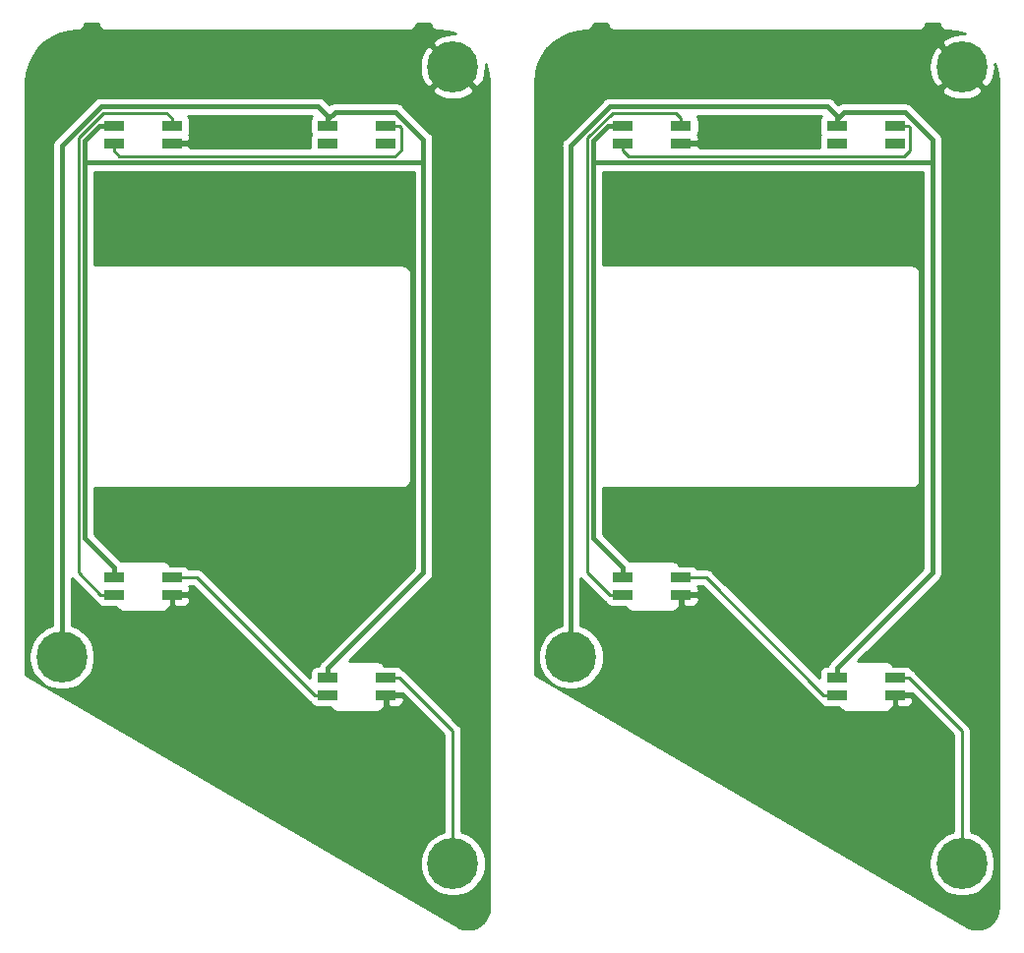
<source format=gbl>
G04 #@! TF.GenerationSoftware,KiCad,Pcbnew,5.1.5+dfsg1-2build2*
G04 #@! TF.CreationDate,2020-12-19T04:00:09+09:00*
G04 #@! TF.ProjectId,shield,73686965-6c64-42e6-9b69-6361645f7063,rev?*
G04 #@! TF.SameCoordinates,Original*
G04 #@! TF.FileFunction,Copper,L2,Bot*
G04 #@! TF.FilePolarity,Positive*
%FSLAX46Y46*%
G04 Gerber Fmt 4.6, Leading zero omitted, Abs format (unit mm)*
G04 Created by KiCad (PCBNEW 5.1.5+dfsg1-2build2) date 2020-12-19 04:00:09*
%MOMM*%
%LPD*%
G04 APERTURE LIST*
%ADD10C,4.400000*%
%ADD11C,0.700000*%
%ADD12R,1.800000X0.820000*%
%ADD13C,0.800000*%
%ADD14C,0.400000*%
%ADD15C,0.250000*%
%ADD16C,0.254000*%
G04 APERTURE END LIST*
D10*
X78740000Y-100330000D03*
D11*
X77090000Y-100330000D03*
X77573274Y-101496726D03*
X78740000Y-101980000D03*
X79906726Y-101496726D03*
X80390000Y-100330000D03*
X79906726Y-99163274D03*
X78740000Y-98680000D03*
X77573274Y-99163274D03*
D10*
X112395000Y-118110000D03*
D11*
X110745000Y-118110000D03*
X111228274Y-119276726D03*
X112395000Y-119760000D03*
X113561726Y-119276726D03*
X114045000Y-118110000D03*
X113561726Y-116943274D03*
X112395000Y-116460000D03*
X111228274Y-116943274D03*
D12*
X88225000Y-93484000D03*
X88225000Y-94984000D03*
X83225000Y-94984000D03*
X83225000Y-93484000D03*
X106640000Y-102120000D03*
X106640000Y-103620000D03*
X101640000Y-103620000D03*
X101640000Y-102120000D03*
X88225000Y-54622000D03*
X88225000Y-56122000D03*
X83225000Y-56122000D03*
X83225000Y-54622000D03*
X106640000Y-54622000D03*
X106640000Y-56122000D03*
X101640000Y-56122000D03*
X101640000Y-54622000D03*
D11*
X111228274Y-48363274D03*
X112395000Y-47880000D03*
X113561726Y-48363274D03*
X114045000Y-49530000D03*
X113561726Y-50696726D03*
X112395000Y-51180000D03*
X111228274Y-50696726D03*
X110745000Y-49530000D03*
D10*
X112395000Y-49530000D03*
D11*
X33758274Y-99163274D03*
X34925000Y-98680000D03*
X36091726Y-99163274D03*
X36575000Y-100330000D03*
X36091726Y-101496726D03*
X34925000Y-101980000D03*
X33758274Y-101496726D03*
X33275000Y-100330000D03*
D10*
X34925000Y-100330000D03*
D11*
X67413274Y-116943274D03*
X68580000Y-116460000D03*
X69746726Y-116943274D03*
X70230000Y-118110000D03*
X69746726Y-119276726D03*
X68580000Y-119760000D03*
X67413274Y-119276726D03*
X66930000Y-118110000D03*
D10*
X68580000Y-118110000D03*
X68580000Y-49530000D03*
D11*
X66930000Y-49530000D03*
X67413274Y-50696726D03*
X68580000Y-51180000D03*
X69746726Y-50696726D03*
X70230000Y-49530000D03*
X69746726Y-48363274D03*
X68580000Y-47880000D03*
X67413274Y-48363274D03*
D12*
X39410000Y-93484000D03*
X39410000Y-94984000D03*
X44410000Y-94984000D03*
X44410000Y-93484000D03*
X39410000Y-54622000D03*
X39410000Y-56122000D03*
X44410000Y-56122000D03*
X44410000Y-54622000D03*
X57825000Y-102120000D03*
X57825000Y-103620000D03*
X62825000Y-103620000D03*
X62825000Y-102120000D03*
X57825000Y-54622000D03*
X57825000Y-56122000D03*
X62825000Y-56122000D03*
X62825000Y-54622000D03*
D13*
X44450000Y-56134000D03*
X62865000Y-56134000D03*
X62865000Y-103632000D03*
X44450000Y-94996000D03*
X55245000Y-90805000D03*
X52705000Y-62230000D03*
X88265000Y-56134000D03*
X106680000Y-56134000D03*
X106680000Y-103632000D03*
X88265000Y-94996000D03*
X99060000Y-90805000D03*
X96520000Y-62230000D03*
D14*
X38110000Y-54622000D02*
X39410000Y-54622000D01*
X36862990Y-55869010D02*
X38110000Y-54622000D01*
X39410000Y-92674000D02*
X36862990Y-90126990D01*
X39410000Y-93484000D02*
X39410000Y-92674000D01*
X57825000Y-101310000D02*
X57825000Y-102120000D01*
X66040000Y-93095000D02*
X57825000Y-101310000D01*
X63644992Y-53411990D02*
X66040000Y-55806998D01*
X58434458Y-53411990D02*
X63644992Y-53411990D01*
X57825000Y-54021448D02*
X58434458Y-53411990D01*
X57825000Y-54622000D02*
X57825000Y-54021448D01*
X57825000Y-53812000D02*
X57825000Y-54622000D01*
X56974980Y-52961980D02*
X57825000Y-53812000D01*
X38285068Y-52961980D02*
X56974980Y-52961980D01*
X34925000Y-56322048D02*
X38285068Y-52961980D01*
X34925000Y-100330000D02*
X34925000Y-56322048D01*
X66040000Y-57785000D02*
X36895980Y-57785000D01*
X36862990Y-57752010D02*
X36862990Y-55869010D01*
X36862990Y-90126990D02*
X36862990Y-57752010D01*
X66040000Y-55806998D02*
X66040000Y-57785000D01*
X36895980Y-57785000D02*
X36862990Y-57752010D01*
X66040000Y-57785000D02*
X66040000Y-93095000D01*
X102249458Y-53411990D02*
X107459992Y-53411990D01*
X101640000Y-54021448D02*
X102249458Y-53411990D01*
X101640000Y-54622000D02*
X101640000Y-54021448D01*
X101640000Y-53812000D02*
X101640000Y-54622000D01*
X100789980Y-52961980D02*
X101640000Y-53812000D01*
X80710980Y-57785000D02*
X80677990Y-57752010D01*
X109855000Y-57785000D02*
X109855000Y-93095000D01*
X83225000Y-92674000D02*
X80677990Y-90126990D01*
X83225000Y-93484000D02*
X83225000Y-92674000D01*
X101640000Y-101310000D02*
X101640000Y-102120000D01*
X109855000Y-93095000D02*
X101640000Y-101310000D01*
X107459992Y-53411990D02*
X109855000Y-55806998D01*
X82100068Y-52961980D02*
X100789980Y-52961980D01*
X78740000Y-56322048D02*
X82100068Y-52961980D01*
X81925000Y-54622000D02*
X83225000Y-54622000D01*
X80677990Y-55869010D02*
X81925000Y-54622000D01*
X80677990Y-57752010D02*
X80677990Y-55869010D01*
X80677990Y-90126990D02*
X80677990Y-57752010D01*
X78740000Y-100330000D02*
X78740000Y-56322048D01*
X109855000Y-55806998D02*
X109855000Y-57785000D01*
X109855000Y-57785000D02*
X80710980Y-57785000D01*
D15*
X63975000Y-102120000D02*
X62825000Y-102120000D01*
X68580000Y-106725000D02*
X63975000Y-102120000D01*
X68580000Y-118110000D02*
X68580000Y-106725000D01*
X107790000Y-102120000D02*
X106640000Y-102120000D01*
X112395000Y-106725000D02*
X107790000Y-102120000D01*
X112395000Y-118110000D02*
X112395000Y-106725000D01*
X45560000Y-93484000D02*
X44410000Y-93484000D01*
X46539000Y-93484000D02*
X45560000Y-93484000D01*
X56675000Y-103620000D02*
X46539000Y-93484000D01*
X57825000Y-103620000D02*
X56675000Y-103620000D01*
X101640000Y-103620000D02*
X100490000Y-103620000D01*
X89375000Y-93484000D02*
X88225000Y-93484000D01*
X90354000Y-93484000D02*
X89375000Y-93484000D01*
X100490000Y-103620000D02*
X90354000Y-93484000D01*
X38260000Y-94984000D02*
X39410000Y-94984000D01*
X36337980Y-93061980D02*
X38260000Y-94984000D01*
X38502534Y-53486990D02*
X36337980Y-55651544D01*
X43934990Y-53486990D02*
X38502534Y-53486990D01*
X44410000Y-53962000D02*
X43934990Y-53486990D01*
X36337980Y-55651544D02*
X36337980Y-93061980D01*
X44410000Y-54622000D02*
X44410000Y-53962000D01*
X80152980Y-55651544D02*
X80152980Y-93061980D01*
X88225000Y-54622000D02*
X88225000Y-53962000D01*
X82075000Y-94984000D02*
X83225000Y-94984000D01*
X80152980Y-93061980D02*
X82075000Y-94984000D01*
X82317534Y-53486990D02*
X80152980Y-55651544D01*
X87749990Y-53486990D02*
X82317534Y-53486990D01*
X88225000Y-53962000D02*
X87749990Y-53486990D01*
X63975000Y-54622000D02*
X62825000Y-54622000D01*
X64135000Y-54782000D02*
X63975000Y-54622000D01*
X64135000Y-56707002D02*
X64135000Y-54782000D01*
X63584992Y-57257010D02*
X64135000Y-56707002D01*
X39885010Y-57257010D02*
X63584992Y-57257010D01*
X39410000Y-56782000D02*
X39885010Y-57257010D01*
X39410000Y-56122000D02*
X39410000Y-56782000D01*
X83700010Y-57257010D02*
X107399992Y-57257010D01*
X83225000Y-56782000D02*
X83700010Y-57257010D01*
X83225000Y-56122000D02*
X83225000Y-56782000D01*
X107790000Y-54622000D02*
X106640000Y-54622000D01*
X107950000Y-54782000D02*
X107790000Y-54622000D01*
X107950000Y-56707002D02*
X107950000Y-54782000D01*
X107399992Y-57257010D02*
X107950000Y-56707002D01*
D16*
G36*
X81850273Y-45859184D02*
G01*
X81890872Y-45993020D01*
X81956800Y-46116363D01*
X82045525Y-46224475D01*
X82153637Y-46313200D01*
X82276980Y-46379128D01*
X82410816Y-46419727D01*
X82515123Y-46430000D01*
X82550000Y-46433435D01*
X82584877Y-46430000D01*
X108550123Y-46430000D01*
X108585000Y-46433435D01*
X108619877Y-46430000D01*
X108724184Y-46419727D01*
X108858020Y-46379128D01*
X108981363Y-46313200D01*
X109089475Y-46224475D01*
X109178200Y-46116363D01*
X109244128Y-45993020D01*
X109284727Y-45859184D01*
X109285927Y-45847000D01*
X110424074Y-45847000D01*
X110425274Y-45859184D01*
X110465873Y-45993020D01*
X110531801Y-46116363D01*
X110620526Y-46224475D01*
X110728638Y-46313200D01*
X110851981Y-46379128D01*
X110985817Y-46419727D01*
X111125000Y-46433435D01*
X111128266Y-46433113D01*
X111898358Y-46501842D01*
X112644526Y-46705970D01*
X112379826Y-46681322D01*
X111824368Y-46739019D01*
X111290839Y-46903972D01*
X110824976Y-47152982D01*
X110584830Y-47540225D01*
X112395000Y-49350395D01*
X112409143Y-49336253D01*
X112588748Y-49515858D01*
X112574605Y-49530000D01*
X114384775Y-51340170D01*
X114772018Y-51100024D01*
X115032641Y-50606123D01*
X115191901Y-50070867D01*
X115243678Y-49514826D01*
X115222690Y-49312773D01*
X115264073Y-49407044D01*
X115446640Y-50167493D01*
X115495001Y-50826044D01*
X115495000Y-121885280D01*
X115456809Y-122274784D01*
X115353771Y-122616063D01*
X115186409Y-122930825D01*
X114961097Y-123207083D01*
X114686418Y-123434317D01*
X114372838Y-123603869D01*
X114032288Y-123709287D01*
X113677749Y-123746550D01*
X113322731Y-123714242D01*
X112960884Y-123607744D01*
X112854984Y-123559967D01*
X75640000Y-101827423D01*
X75640000Y-100050777D01*
X75905000Y-100050777D01*
X75905000Y-100609223D01*
X76013948Y-101156939D01*
X76227656Y-101672876D01*
X76537912Y-102137207D01*
X76932793Y-102532088D01*
X77397124Y-102842344D01*
X77913061Y-103056052D01*
X78460777Y-103165000D01*
X79019223Y-103165000D01*
X79566939Y-103056052D01*
X80082876Y-102842344D01*
X80547207Y-102532088D01*
X80942088Y-102137207D01*
X81252344Y-101672876D01*
X81466052Y-101156939D01*
X81575000Y-100609223D01*
X81575000Y-100050777D01*
X81466052Y-99503061D01*
X81252344Y-98987124D01*
X80942088Y-98522793D01*
X80547207Y-98127912D01*
X80082876Y-97817656D01*
X79575000Y-97607287D01*
X79575000Y-93555703D01*
X79589181Y-93572982D01*
X79612980Y-93601981D01*
X79641978Y-93625779D01*
X81511201Y-95495003D01*
X81534999Y-95524001D01*
X81650724Y-95618974D01*
X81755035Y-95674730D01*
X81794463Y-95748494D01*
X81873815Y-95845185D01*
X81970506Y-95924537D01*
X82080820Y-95983502D01*
X82200518Y-96019812D01*
X82325000Y-96032072D01*
X83396272Y-96032072D01*
X83444333Y-96121989D01*
X83531183Y-96227817D01*
X83637011Y-96314667D01*
X83757748Y-96379202D01*
X83888756Y-96418943D01*
X84025000Y-96432362D01*
X84059134Y-96429000D01*
X87390866Y-96429000D01*
X87425000Y-96432362D01*
X87561244Y-96418943D01*
X87692252Y-96379202D01*
X87812989Y-96314667D01*
X87918817Y-96227817D01*
X88005667Y-96121989D01*
X88070202Y-96001252D01*
X88109943Y-95870244D01*
X88120000Y-95768135D01*
X88120000Y-95768134D01*
X88123362Y-95734000D01*
X88120000Y-95699865D01*
X88120000Y-95111000D01*
X88352000Y-95111000D01*
X88352000Y-95870250D01*
X88510750Y-96029000D01*
X89125000Y-96032072D01*
X89249482Y-96019812D01*
X89369180Y-95983502D01*
X89479494Y-95924537D01*
X89576185Y-95845185D01*
X89655537Y-95748494D01*
X89714502Y-95638180D01*
X89750812Y-95518482D01*
X89763072Y-95394000D01*
X89760000Y-95269750D01*
X89601250Y-95111000D01*
X88352000Y-95111000D01*
X88120000Y-95111000D01*
X88120000Y-94837000D01*
X88352000Y-94837000D01*
X88352000Y-94857000D01*
X89601250Y-94857000D01*
X89760000Y-94698250D01*
X89763072Y-94574000D01*
X89750812Y-94449518D01*
X89714502Y-94329820D01*
X89668630Y-94244000D01*
X90039199Y-94244000D01*
X99926201Y-104131003D01*
X99949999Y-104160001D01*
X100065724Y-104254974D01*
X100170035Y-104310730D01*
X100209463Y-104384494D01*
X100288815Y-104481185D01*
X100385506Y-104560537D01*
X100495820Y-104619502D01*
X100615518Y-104655812D01*
X100740000Y-104668072D01*
X101811272Y-104668072D01*
X101859333Y-104757989D01*
X101946183Y-104863817D01*
X102052011Y-104950667D01*
X102172748Y-105015202D01*
X102303756Y-105054943D01*
X102440000Y-105068362D01*
X102474134Y-105065000D01*
X105805866Y-105065000D01*
X105840000Y-105068362D01*
X105976244Y-105054943D01*
X106107252Y-105015202D01*
X106227989Y-104950667D01*
X106333817Y-104863817D01*
X106420667Y-104757989D01*
X106485202Y-104637252D01*
X106524943Y-104506244D01*
X106535000Y-104404135D01*
X106535000Y-104404134D01*
X106538362Y-104370000D01*
X106535000Y-104335865D01*
X106535000Y-103747000D01*
X106767000Y-103747000D01*
X106767000Y-104506250D01*
X106925750Y-104665000D01*
X107540000Y-104668072D01*
X107664482Y-104655812D01*
X107784180Y-104619502D01*
X107894494Y-104560537D01*
X107991185Y-104481185D01*
X108070537Y-104384494D01*
X108129502Y-104274180D01*
X108165812Y-104154482D01*
X108178072Y-104030000D01*
X108175000Y-103905750D01*
X108016250Y-103747000D01*
X106767000Y-103747000D01*
X106535000Y-103747000D01*
X106535000Y-103473000D01*
X106767000Y-103473000D01*
X106767000Y-103493000D01*
X108016250Y-103493000D01*
X108052224Y-103457026D01*
X111635001Y-107039804D01*
X111635000Y-115370633D01*
X111568061Y-115383948D01*
X111052124Y-115597656D01*
X110587793Y-115907912D01*
X110192912Y-116302793D01*
X109882656Y-116767124D01*
X109668948Y-117283061D01*
X109560000Y-117830777D01*
X109560000Y-118389223D01*
X109668948Y-118936939D01*
X109882656Y-119452876D01*
X110192912Y-119917207D01*
X110587793Y-120312088D01*
X111052124Y-120622344D01*
X111568061Y-120836052D01*
X112115777Y-120945000D01*
X112674223Y-120945000D01*
X113221939Y-120836052D01*
X113737876Y-120622344D01*
X114202207Y-120312088D01*
X114597088Y-119917207D01*
X114907344Y-119452876D01*
X115121052Y-118936939D01*
X115230000Y-118389223D01*
X115230000Y-117830777D01*
X115121052Y-117283061D01*
X114907344Y-116767124D01*
X114597088Y-116302793D01*
X114202207Y-115907912D01*
X113737876Y-115597656D01*
X113221939Y-115383948D01*
X113155000Y-115370633D01*
X113155000Y-106762322D01*
X113158676Y-106724999D01*
X113155000Y-106687676D01*
X113155000Y-106687667D01*
X113144003Y-106576014D01*
X113100546Y-106432753D01*
X113029974Y-106300724D01*
X113016811Y-106284685D01*
X112958799Y-106213996D01*
X112958795Y-106213992D01*
X112935001Y-106184999D01*
X112906008Y-106161205D01*
X108353804Y-101609003D01*
X108330001Y-101579999D01*
X108214276Y-101485026D01*
X108109965Y-101429270D01*
X108070537Y-101355506D01*
X107991185Y-101258815D01*
X107894494Y-101179463D01*
X107784180Y-101120498D01*
X107664482Y-101084188D01*
X107540000Y-101071928D01*
X106468728Y-101071928D01*
X106420667Y-100982011D01*
X106333817Y-100876183D01*
X106227989Y-100789333D01*
X106107252Y-100724798D01*
X105976244Y-100685057D01*
X105874135Y-100675000D01*
X105874134Y-100675000D01*
X105840000Y-100671638D01*
X105805865Y-100675000D01*
X103455867Y-100675000D01*
X110416427Y-93714441D01*
X110448291Y-93688291D01*
X110552636Y-93561146D01*
X110630172Y-93416087D01*
X110677918Y-93258689D01*
X110690000Y-93136019D01*
X110690000Y-93136009D01*
X110694039Y-93095001D01*
X110690000Y-93053993D01*
X110690000Y-57826019D01*
X110694040Y-57785000D01*
X110690000Y-57743981D01*
X110690000Y-55848016D01*
X110694040Y-55806998D01*
X110684684Y-55712000D01*
X110677918Y-55643309D01*
X110630172Y-55485911D01*
X110552636Y-55340852D01*
X110499183Y-55275719D01*
X110474439Y-55245568D01*
X110474437Y-55245566D01*
X110448291Y-55213707D01*
X110416433Y-55187562D01*
X108079438Y-52850569D01*
X108053283Y-52818699D01*
X107926138Y-52714354D01*
X107781079Y-52636818D01*
X107623681Y-52589072D01*
X107501011Y-52576990D01*
X107501010Y-52576990D01*
X107459992Y-52572950D01*
X107418974Y-52576990D01*
X102290476Y-52576990D01*
X102249458Y-52572950D01*
X102208440Y-52576990D01*
X102208439Y-52576990D01*
X102085769Y-52589072D01*
X101928371Y-52636818D01*
X101783312Y-52714354D01*
X101750308Y-52741440D01*
X101409425Y-52400558D01*
X101383271Y-52368689D01*
X101256126Y-52264344D01*
X101111067Y-52186808D01*
X100953669Y-52139062D01*
X100830999Y-52126980D01*
X100830998Y-52126980D01*
X100789980Y-52122940D01*
X100748962Y-52126980D01*
X82141086Y-52126980D01*
X82100068Y-52122940D01*
X82059050Y-52126980D01*
X82059049Y-52126980D01*
X81936379Y-52139062D01*
X81778981Y-52186808D01*
X81633922Y-52264344D01*
X81506777Y-52368689D01*
X81480631Y-52400548D01*
X78178574Y-55702607D01*
X78146710Y-55728757D01*
X78065907Y-55827216D01*
X78042364Y-55855903D01*
X77964828Y-56000962D01*
X77917082Y-56158360D01*
X77900960Y-56322048D01*
X77905001Y-56363077D01*
X77905000Y-97607287D01*
X77397124Y-97817656D01*
X76932793Y-98127912D01*
X76537912Y-98522793D01*
X76227656Y-98987124D01*
X76013948Y-99503061D01*
X75905000Y-100050777D01*
X75640000Y-100050777D01*
X75640000Y-51519775D01*
X110584830Y-51519775D01*
X110824976Y-51907018D01*
X111318877Y-52167641D01*
X111854133Y-52326901D01*
X112410174Y-52378678D01*
X112965632Y-52320981D01*
X113499161Y-52156028D01*
X113965024Y-51907018D01*
X114205170Y-51519775D01*
X112395000Y-49709605D01*
X110584830Y-51519775D01*
X75640000Y-51519775D01*
X75640000Y-50831618D01*
X75711842Y-50026642D01*
X75843556Y-49545174D01*
X109546322Y-49545174D01*
X109604019Y-50100632D01*
X109768972Y-50634161D01*
X110017982Y-51100024D01*
X110405225Y-51340170D01*
X112215395Y-49530000D01*
X110405225Y-47719830D01*
X110017982Y-47959976D01*
X109757359Y-48453877D01*
X109598099Y-48989133D01*
X109546322Y-49545174D01*
X75843556Y-49545174D01*
X75916723Y-49277723D01*
X76250986Y-48576928D01*
X76704069Y-47946395D01*
X77261645Y-47406066D01*
X77906099Y-46973011D01*
X78617044Y-46660927D01*
X79377493Y-46478360D01*
X80001139Y-46432562D01*
X80010000Y-46433435D01*
X80149183Y-46419727D01*
X80283019Y-46379128D01*
X80406362Y-46313200D01*
X80514474Y-46224475D01*
X80603200Y-46116363D01*
X80669128Y-45993020D01*
X80709727Y-45859184D01*
X80710927Y-45847000D01*
X81849073Y-45847000D01*
X81850273Y-45859184D01*
G37*
X81850273Y-45859184D02*
X81890872Y-45993020D01*
X81956800Y-46116363D01*
X82045525Y-46224475D01*
X82153637Y-46313200D01*
X82276980Y-46379128D01*
X82410816Y-46419727D01*
X82515123Y-46430000D01*
X82550000Y-46433435D01*
X82584877Y-46430000D01*
X108550123Y-46430000D01*
X108585000Y-46433435D01*
X108619877Y-46430000D01*
X108724184Y-46419727D01*
X108858020Y-46379128D01*
X108981363Y-46313200D01*
X109089475Y-46224475D01*
X109178200Y-46116363D01*
X109244128Y-45993020D01*
X109284727Y-45859184D01*
X109285927Y-45847000D01*
X110424074Y-45847000D01*
X110425274Y-45859184D01*
X110465873Y-45993020D01*
X110531801Y-46116363D01*
X110620526Y-46224475D01*
X110728638Y-46313200D01*
X110851981Y-46379128D01*
X110985817Y-46419727D01*
X111125000Y-46433435D01*
X111128266Y-46433113D01*
X111898358Y-46501842D01*
X112644526Y-46705970D01*
X112379826Y-46681322D01*
X111824368Y-46739019D01*
X111290839Y-46903972D01*
X110824976Y-47152982D01*
X110584830Y-47540225D01*
X112395000Y-49350395D01*
X112409143Y-49336253D01*
X112588748Y-49515858D01*
X112574605Y-49530000D01*
X114384775Y-51340170D01*
X114772018Y-51100024D01*
X115032641Y-50606123D01*
X115191901Y-50070867D01*
X115243678Y-49514826D01*
X115222690Y-49312773D01*
X115264073Y-49407044D01*
X115446640Y-50167493D01*
X115495001Y-50826044D01*
X115495000Y-121885280D01*
X115456809Y-122274784D01*
X115353771Y-122616063D01*
X115186409Y-122930825D01*
X114961097Y-123207083D01*
X114686418Y-123434317D01*
X114372838Y-123603869D01*
X114032288Y-123709287D01*
X113677749Y-123746550D01*
X113322731Y-123714242D01*
X112960884Y-123607744D01*
X112854984Y-123559967D01*
X75640000Y-101827423D01*
X75640000Y-100050777D01*
X75905000Y-100050777D01*
X75905000Y-100609223D01*
X76013948Y-101156939D01*
X76227656Y-101672876D01*
X76537912Y-102137207D01*
X76932793Y-102532088D01*
X77397124Y-102842344D01*
X77913061Y-103056052D01*
X78460777Y-103165000D01*
X79019223Y-103165000D01*
X79566939Y-103056052D01*
X80082876Y-102842344D01*
X80547207Y-102532088D01*
X80942088Y-102137207D01*
X81252344Y-101672876D01*
X81466052Y-101156939D01*
X81575000Y-100609223D01*
X81575000Y-100050777D01*
X81466052Y-99503061D01*
X81252344Y-98987124D01*
X80942088Y-98522793D01*
X80547207Y-98127912D01*
X80082876Y-97817656D01*
X79575000Y-97607287D01*
X79575000Y-93555703D01*
X79589181Y-93572982D01*
X79612980Y-93601981D01*
X79641978Y-93625779D01*
X81511201Y-95495003D01*
X81534999Y-95524001D01*
X81650724Y-95618974D01*
X81755035Y-95674730D01*
X81794463Y-95748494D01*
X81873815Y-95845185D01*
X81970506Y-95924537D01*
X82080820Y-95983502D01*
X82200518Y-96019812D01*
X82325000Y-96032072D01*
X83396272Y-96032072D01*
X83444333Y-96121989D01*
X83531183Y-96227817D01*
X83637011Y-96314667D01*
X83757748Y-96379202D01*
X83888756Y-96418943D01*
X84025000Y-96432362D01*
X84059134Y-96429000D01*
X87390866Y-96429000D01*
X87425000Y-96432362D01*
X87561244Y-96418943D01*
X87692252Y-96379202D01*
X87812989Y-96314667D01*
X87918817Y-96227817D01*
X88005667Y-96121989D01*
X88070202Y-96001252D01*
X88109943Y-95870244D01*
X88120000Y-95768135D01*
X88120000Y-95768134D01*
X88123362Y-95734000D01*
X88120000Y-95699865D01*
X88120000Y-95111000D01*
X88352000Y-95111000D01*
X88352000Y-95870250D01*
X88510750Y-96029000D01*
X89125000Y-96032072D01*
X89249482Y-96019812D01*
X89369180Y-95983502D01*
X89479494Y-95924537D01*
X89576185Y-95845185D01*
X89655537Y-95748494D01*
X89714502Y-95638180D01*
X89750812Y-95518482D01*
X89763072Y-95394000D01*
X89760000Y-95269750D01*
X89601250Y-95111000D01*
X88352000Y-95111000D01*
X88120000Y-95111000D01*
X88120000Y-94837000D01*
X88352000Y-94837000D01*
X88352000Y-94857000D01*
X89601250Y-94857000D01*
X89760000Y-94698250D01*
X89763072Y-94574000D01*
X89750812Y-94449518D01*
X89714502Y-94329820D01*
X89668630Y-94244000D01*
X90039199Y-94244000D01*
X99926201Y-104131003D01*
X99949999Y-104160001D01*
X100065724Y-104254974D01*
X100170035Y-104310730D01*
X100209463Y-104384494D01*
X100288815Y-104481185D01*
X100385506Y-104560537D01*
X100495820Y-104619502D01*
X100615518Y-104655812D01*
X100740000Y-104668072D01*
X101811272Y-104668072D01*
X101859333Y-104757989D01*
X101946183Y-104863817D01*
X102052011Y-104950667D01*
X102172748Y-105015202D01*
X102303756Y-105054943D01*
X102440000Y-105068362D01*
X102474134Y-105065000D01*
X105805866Y-105065000D01*
X105840000Y-105068362D01*
X105976244Y-105054943D01*
X106107252Y-105015202D01*
X106227989Y-104950667D01*
X106333817Y-104863817D01*
X106420667Y-104757989D01*
X106485202Y-104637252D01*
X106524943Y-104506244D01*
X106535000Y-104404135D01*
X106535000Y-104404134D01*
X106538362Y-104370000D01*
X106535000Y-104335865D01*
X106535000Y-103747000D01*
X106767000Y-103747000D01*
X106767000Y-104506250D01*
X106925750Y-104665000D01*
X107540000Y-104668072D01*
X107664482Y-104655812D01*
X107784180Y-104619502D01*
X107894494Y-104560537D01*
X107991185Y-104481185D01*
X108070537Y-104384494D01*
X108129502Y-104274180D01*
X108165812Y-104154482D01*
X108178072Y-104030000D01*
X108175000Y-103905750D01*
X108016250Y-103747000D01*
X106767000Y-103747000D01*
X106535000Y-103747000D01*
X106535000Y-103473000D01*
X106767000Y-103473000D01*
X106767000Y-103493000D01*
X108016250Y-103493000D01*
X108052224Y-103457026D01*
X111635001Y-107039804D01*
X111635000Y-115370633D01*
X111568061Y-115383948D01*
X111052124Y-115597656D01*
X110587793Y-115907912D01*
X110192912Y-116302793D01*
X109882656Y-116767124D01*
X109668948Y-117283061D01*
X109560000Y-117830777D01*
X109560000Y-118389223D01*
X109668948Y-118936939D01*
X109882656Y-119452876D01*
X110192912Y-119917207D01*
X110587793Y-120312088D01*
X111052124Y-120622344D01*
X111568061Y-120836052D01*
X112115777Y-120945000D01*
X112674223Y-120945000D01*
X113221939Y-120836052D01*
X113737876Y-120622344D01*
X114202207Y-120312088D01*
X114597088Y-119917207D01*
X114907344Y-119452876D01*
X115121052Y-118936939D01*
X115230000Y-118389223D01*
X115230000Y-117830777D01*
X115121052Y-117283061D01*
X114907344Y-116767124D01*
X114597088Y-116302793D01*
X114202207Y-115907912D01*
X113737876Y-115597656D01*
X113221939Y-115383948D01*
X113155000Y-115370633D01*
X113155000Y-106762322D01*
X113158676Y-106724999D01*
X113155000Y-106687676D01*
X113155000Y-106687667D01*
X113144003Y-106576014D01*
X113100546Y-106432753D01*
X113029974Y-106300724D01*
X113016811Y-106284685D01*
X112958799Y-106213996D01*
X112958795Y-106213992D01*
X112935001Y-106184999D01*
X112906008Y-106161205D01*
X108353804Y-101609003D01*
X108330001Y-101579999D01*
X108214276Y-101485026D01*
X108109965Y-101429270D01*
X108070537Y-101355506D01*
X107991185Y-101258815D01*
X107894494Y-101179463D01*
X107784180Y-101120498D01*
X107664482Y-101084188D01*
X107540000Y-101071928D01*
X106468728Y-101071928D01*
X106420667Y-100982011D01*
X106333817Y-100876183D01*
X106227989Y-100789333D01*
X106107252Y-100724798D01*
X105976244Y-100685057D01*
X105874135Y-100675000D01*
X105874134Y-100675000D01*
X105840000Y-100671638D01*
X105805865Y-100675000D01*
X103455867Y-100675000D01*
X110416427Y-93714441D01*
X110448291Y-93688291D01*
X110552636Y-93561146D01*
X110630172Y-93416087D01*
X110677918Y-93258689D01*
X110690000Y-93136019D01*
X110690000Y-93136009D01*
X110694039Y-93095001D01*
X110690000Y-93053993D01*
X110690000Y-57826019D01*
X110694040Y-57785000D01*
X110690000Y-57743981D01*
X110690000Y-55848016D01*
X110694040Y-55806998D01*
X110684684Y-55712000D01*
X110677918Y-55643309D01*
X110630172Y-55485911D01*
X110552636Y-55340852D01*
X110499183Y-55275719D01*
X110474439Y-55245568D01*
X110474437Y-55245566D01*
X110448291Y-55213707D01*
X110416433Y-55187562D01*
X108079438Y-52850569D01*
X108053283Y-52818699D01*
X107926138Y-52714354D01*
X107781079Y-52636818D01*
X107623681Y-52589072D01*
X107501011Y-52576990D01*
X107501010Y-52576990D01*
X107459992Y-52572950D01*
X107418974Y-52576990D01*
X102290476Y-52576990D01*
X102249458Y-52572950D01*
X102208440Y-52576990D01*
X102208439Y-52576990D01*
X102085769Y-52589072D01*
X101928371Y-52636818D01*
X101783312Y-52714354D01*
X101750308Y-52741440D01*
X101409425Y-52400558D01*
X101383271Y-52368689D01*
X101256126Y-52264344D01*
X101111067Y-52186808D01*
X100953669Y-52139062D01*
X100830999Y-52126980D01*
X100830998Y-52126980D01*
X100789980Y-52122940D01*
X100748962Y-52126980D01*
X82141086Y-52126980D01*
X82100068Y-52122940D01*
X82059050Y-52126980D01*
X82059049Y-52126980D01*
X81936379Y-52139062D01*
X81778981Y-52186808D01*
X81633922Y-52264344D01*
X81506777Y-52368689D01*
X81480631Y-52400548D01*
X78178574Y-55702607D01*
X78146710Y-55728757D01*
X78065907Y-55827216D01*
X78042364Y-55855903D01*
X77964828Y-56000962D01*
X77917082Y-56158360D01*
X77900960Y-56322048D01*
X77905001Y-56363077D01*
X77905000Y-97607287D01*
X77397124Y-97817656D01*
X76932793Y-98127912D01*
X76537912Y-98522793D01*
X76227656Y-98987124D01*
X76013948Y-99503061D01*
X75905000Y-100050777D01*
X75640000Y-100050777D01*
X75640000Y-51519775D01*
X110584830Y-51519775D01*
X110824976Y-51907018D01*
X111318877Y-52167641D01*
X111854133Y-52326901D01*
X112410174Y-52378678D01*
X112965632Y-52320981D01*
X113499161Y-52156028D01*
X113965024Y-51907018D01*
X114205170Y-51519775D01*
X112395000Y-49709605D01*
X110584830Y-51519775D01*
X75640000Y-51519775D01*
X75640000Y-50831618D01*
X75711842Y-50026642D01*
X75843556Y-49545174D01*
X109546322Y-49545174D01*
X109604019Y-50100632D01*
X109768972Y-50634161D01*
X110017982Y-51100024D01*
X110405225Y-51340170D01*
X112215395Y-49530000D01*
X110405225Y-47719830D01*
X110017982Y-47959976D01*
X109757359Y-48453877D01*
X109598099Y-48989133D01*
X109546322Y-49545174D01*
X75843556Y-49545174D01*
X75916723Y-49277723D01*
X76250986Y-48576928D01*
X76704069Y-47946395D01*
X77261645Y-47406066D01*
X77906099Y-46973011D01*
X78617044Y-46660927D01*
X79377493Y-46478360D01*
X80001139Y-46432562D01*
X80010000Y-46433435D01*
X80149183Y-46419727D01*
X80283019Y-46379128D01*
X80406362Y-46313200D01*
X80514474Y-46224475D01*
X80603200Y-46116363D01*
X80669128Y-45993020D01*
X80709727Y-45859184D01*
X80710927Y-45847000D01*
X81849073Y-45847000D01*
X81850273Y-45859184D01*
G36*
X109020001Y-92749131D02*
G01*
X101078579Y-100690554D01*
X101046709Y-100716709D01*
X100981168Y-100796572D01*
X100942364Y-100843855D01*
X100864828Y-100988914D01*
X100839646Y-101071928D01*
X100740000Y-101071928D01*
X100615518Y-101084188D01*
X100495820Y-101120498D01*
X100385506Y-101179463D01*
X100288815Y-101258815D01*
X100209463Y-101355506D01*
X100150498Y-101465820D01*
X100114188Y-101585518D01*
X100101928Y-101710000D01*
X100101928Y-102157126D01*
X90917804Y-92973003D01*
X90894001Y-92943999D01*
X90778276Y-92849026D01*
X90646247Y-92778454D01*
X90502986Y-92734997D01*
X90391333Y-92724000D01*
X90391322Y-92724000D01*
X90354000Y-92720324D01*
X90316678Y-92724000D01*
X89657939Y-92724000D01*
X89655537Y-92719506D01*
X89576185Y-92622815D01*
X89479494Y-92543463D01*
X89369180Y-92484498D01*
X89249482Y-92448188D01*
X89125000Y-92435928D01*
X88053728Y-92435928D01*
X88005667Y-92346011D01*
X87918817Y-92240183D01*
X87812989Y-92153333D01*
X87692252Y-92088798D01*
X87561244Y-92049057D01*
X87459135Y-92039000D01*
X87459134Y-92039000D01*
X87425000Y-92035638D01*
X87390865Y-92039000D01*
X84059135Y-92039000D01*
X84025000Y-92035638D01*
X83990866Y-92039000D01*
X83990865Y-92039000D01*
X83888756Y-92049057D01*
X83809148Y-92073206D01*
X83786427Y-92054559D01*
X81512990Y-89781123D01*
X81512990Y-85800000D01*
X108042123Y-85800000D01*
X108077000Y-85803435D01*
X108111877Y-85800000D01*
X108216184Y-85789727D01*
X108350020Y-85749128D01*
X108473363Y-85683200D01*
X108581475Y-85594475D01*
X108670200Y-85486363D01*
X108736128Y-85363020D01*
X108776727Y-85229184D01*
X108790435Y-85090000D01*
X108787000Y-85055123D01*
X108787000Y-67344877D01*
X108790435Y-67310000D01*
X108776727Y-67170816D01*
X108736128Y-67036980D01*
X108670200Y-66913637D01*
X108581475Y-66805525D01*
X108473363Y-66716800D01*
X108350020Y-66650872D01*
X108216184Y-66610273D01*
X108111877Y-66600000D01*
X108077000Y-66596565D01*
X108042123Y-66600000D01*
X81512990Y-66600000D01*
X81512990Y-58620000D01*
X109020000Y-58620000D01*
X109020001Y-92749131D01*
G37*
X109020001Y-92749131D02*
X101078579Y-100690554D01*
X101046709Y-100716709D01*
X100981168Y-100796572D01*
X100942364Y-100843855D01*
X100864828Y-100988914D01*
X100839646Y-101071928D01*
X100740000Y-101071928D01*
X100615518Y-101084188D01*
X100495820Y-101120498D01*
X100385506Y-101179463D01*
X100288815Y-101258815D01*
X100209463Y-101355506D01*
X100150498Y-101465820D01*
X100114188Y-101585518D01*
X100101928Y-101710000D01*
X100101928Y-102157126D01*
X90917804Y-92973003D01*
X90894001Y-92943999D01*
X90778276Y-92849026D01*
X90646247Y-92778454D01*
X90502986Y-92734997D01*
X90391333Y-92724000D01*
X90391322Y-92724000D01*
X90354000Y-92720324D01*
X90316678Y-92724000D01*
X89657939Y-92724000D01*
X89655537Y-92719506D01*
X89576185Y-92622815D01*
X89479494Y-92543463D01*
X89369180Y-92484498D01*
X89249482Y-92448188D01*
X89125000Y-92435928D01*
X88053728Y-92435928D01*
X88005667Y-92346011D01*
X87918817Y-92240183D01*
X87812989Y-92153333D01*
X87692252Y-92088798D01*
X87561244Y-92049057D01*
X87459135Y-92039000D01*
X87459134Y-92039000D01*
X87425000Y-92035638D01*
X87390865Y-92039000D01*
X84059135Y-92039000D01*
X84025000Y-92035638D01*
X83990866Y-92039000D01*
X83990865Y-92039000D01*
X83888756Y-92049057D01*
X83809148Y-92073206D01*
X83786427Y-92054559D01*
X81512990Y-89781123D01*
X81512990Y-85800000D01*
X108042123Y-85800000D01*
X108077000Y-85803435D01*
X108111877Y-85800000D01*
X108216184Y-85789727D01*
X108350020Y-85749128D01*
X108473363Y-85683200D01*
X108581475Y-85594475D01*
X108670200Y-85486363D01*
X108736128Y-85363020D01*
X108776727Y-85229184D01*
X108790435Y-85090000D01*
X108787000Y-85055123D01*
X108787000Y-67344877D01*
X108790435Y-67310000D01*
X108776727Y-67170816D01*
X108736128Y-67036980D01*
X108670200Y-66913637D01*
X108581475Y-66805525D01*
X108473363Y-66716800D01*
X108350020Y-66650872D01*
X108216184Y-66610273D01*
X108111877Y-66600000D01*
X108077000Y-66596565D01*
X108042123Y-66600000D01*
X81512990Y-66600000D01*
X81512990Y-58620000D01*
X109020000Y-58620000D01*
X109020001Y-92749131D01*
G36*
X100209463Y-53857506D02*
G01*
X100150498Y-53967820D01*
X100114188Y-54087518D01*
X100101928Y-54212000D01*
X100101928Y-55032000D01*
X100114188Y-55156482D01*
X100150498Y-55276180D01*
X100201716Y-55372000D01*
X100150498Y-55467820D01*
X100114188Y-55587518D01*
X100101928Y-55712000D01*
X100101928Y-56497010D01*
X89762207Y-56497010D01*
X89760000Y-56407750D01*
X89601250Y-56249000D01*
X88352000Y-56249000D01*
X88352000Y-56269000D01*
X88120000Y-56269000D01*
X88120000Y-55975000D01*
X88352000Y-55975000D01*
X88352000Y-55995000D01*
X89601250Y-55995000D01*
X89760000Y-55836250D01*
X89763072Y-55712000D01*
X89750812Y-55587518D01*
X89714502Y-55467820D01*
X89663284Y-55372000D01*
X89714502Y-55276180D01*
X89750812Y-55156482D01*
X89763072Y-55032000D01*
X89763072Y-54212000D01*
X89750812Y-54087518D01*
X89714502Y-53967820D01*
X89655537Y-53857506D01*
X89605865Y-53796980D01*
X100259135Y-53796980D01*
X100209463Y-53857506D01*
G37*
X100209463Y-53857506D02*
X100150498Y-53967820D01*
X100114188Y-54087518D01*
X100101928Y-54212000D01*
X100101928Y-55032000D01*
X100114188Y-55156482D01*
X100150498Y-55276180D01*
X100201716Y-55372000D01*
X100150498Y-55467820D01*
X100114188Y-55587518D01*
X100101928Y-55712000D01*
X100101928Y-56497010D01*
X89762207Y-56497010D01*
X89760000Y-56407750D01*
X89601250Y-56249000D01*
X88352000Y-56249000D01*
X88352000Y-56269000D01*
X88120000Y-56269000D01*
X88120000Y-55975000D01*
X88352000Y-55975000D01*
X88352000Y-55995000D01*
X89601250Y-55995000D01*
X89760000Y-55836250D01*
X89763072Y-55712000D01*
X89750812Y-55587518D01*
X89714502Y-55467820D01*
X89663284Y-55372000D01*
X89714502Y-55276180D01*
X89750812Y-55156482D01*
X89763072Y-55032000D01*
X89763072Y-54212000D01*
X89750812Y-54087518D01*
X89714502Y-53967820D01*
X89655537Y-53857506D01*
X89605865Y-53796980D01*
X100259135Y-53796980D01*
X100209463Y-53857506D01*
G36*
X106767000Y-55995000D02*
G01*
X106787000Y-55995000D01*
X106787000Y-56249000D01*
X106767000Y-56249000D01*
X106767000Y-56269000D01*
X106535000Y-56269000D01*
X106535000Y-55975000D01*
X106767000Y-55975000D01*
X106767000Y-55995000D01*
G37*
X106767000Y-55995000D02*
X106787000Y-55995000D01*
X106787000Y-56249000D01*
X106767000Y-56249000D01*
X106767000Y-56269000D01*
X106535000Y-56269000D01*
X106535000Y-55975000D01*
X106767000Y-55975000D01*
X106767000Y-55995000D01*
G36*
X38035273Y-45859184D02*
G01*
X38075872Y-45993020D01*
X38141800Y-46116363D01*
X38230525Y-46224475D01*
X38338637Y-46313200D01*
X38461980Y-46379128D01*
X38595816Y-46419727D01*
X38700123Y-46430000D01*
X38735000Y-46433435D01*
X38769877Y-46430000D01*
X64735123Y-46430000D01*
X64770000Y-46433435D01*
X64804877Y-46430000D01*
X64909184Y-46419727D01*
X65043020Y-46379128D01*
X65166363Y-46313200D01*
X65274475Y-46224475D01*
X65363200Y-46116363D01*
X65429128Y-45993020D01*
X65469727Y-45859184D01*
X65470927Y-45847000D01*
X66609074Y-45847000D01*
X66610274Y-45859184D01*
X66650873Y-45993020D01*
X66716801Y-46116363D01*
X66805526Y-46224475D01*
X66913638Y-46313200D01*
X67036981Y-46379128D01*
X67170817Y-46419727D01*
X67310000Y-46433435D01*
X67313266Y-46433113D01*
X68083358Y-46501842D01*
X68829526Y-46705970D01*
X68564826Y-46681322D01*
X68009368Y-46739019D01*
X67475839Y-46903972D01*
X67009976Y-47152982D01*
X66769830Y-47540225D01*
X68580000Y-49350395D01*
X68594143Y-49336253D01*
X68773748Y-49515858D01*
X68759605Y-49530000D01*
X70569775Y-51340170D01*
X70957018Y-51100024D01*
X71217641Y-50606123D01*
X71376901Y-50070867D01*
X71428678Y-49514826D01*
X71407690Y-49312773D01*
X71449073Y-49407044D01*
X71631640Y-50167493D01*
X71680001Y-50826044D01*
X71680000Y-121885280D01*
X71641809Y-122274784D01*
X71538771Y-122616063D01*
X71371409Y-122930825D01*
X71146097Y-123207083D01*
X70871418Y-123434317D01*
X70557838Y-123603869D01*
X70217288Y-123709287D01*
X69862749Y-123746550D01*
X69507731Y-123714242D01*
X69145884Y-123607744D01*
X69039984Y-123559967D01*
X31825000Y-101827423D01*
X31825000Y-100050777D01*
X32090000Y-100050777D01*
X32090000Y-100609223D01*
X32198948Y-101156939D01*
X32412656Y-101672876D01*
X32722912Y-102137207D01*
X33117793Y-102532088D01*
X33582124Y-102842344D01*
X34098061Y-103056052D01*
X34645777Y-103165000D01*
X35204223Y-103165000D01*
X35751939Y-103056052D01*
X36267876Y-102842344D01*
X36732207Y-102532088D01*
X37127088Y-102137207D01*
X37437344Y-101672876D01*
X37651052Y-101156939D01*
X37760000Y-100609223D01*
X37760000Y-100050777D01*
X37651052Y-99503061D01*
X37437344Y-98987124D01*
X37127088Y-98522793D01*
X36732207Y-98127912D01*
X36267876Y-97817656D01*
X35760000Y-97607287D01*
X35760000Y-93555703D01*
X35774181Y-93572982D01*
X35797980Y-93601981D01*
X35826978Y-93625779D01*
X37696201Y-95495003D01*
X37719999Y-95524001D01*
X37835724Y-95618974D01*
X37940035Y-95674730D01*
X37979463Y-95748494D01*
X38058815Y-95845185D01*
X38155506Y-95924537D01*
X38265820Y-95983502D01*
X38385518Y-96019812D01*
X38510000Y-96032072D01*
X39581272Y-96032072D01*
X39629333Y-96121989D01*
X39716183Y-96227817D01*
X39822011Y-96314667D01*
X39942748Y-96379202D01*
X40073756Y-96418943D01*
X40210000Y-96432362D01*
X40244134Y-96429000D01*
X43575866Y-96429000D01*
X43610000Y-96432362D01*
X43746244Y-96418943D01*
X43877252Y-96379202D01*
X43997989Y-96314667D01*
X44103817Y-96227817D01*
X44190667Y-96121989D01*
X44255202Y-96001252D01*
X44294943Y-95870244D01*
X44305000Y-95768135D01*
X44305000Y-95768134D01*
X44308362Y-95734000D01*
X44305000Y-95699865D01*
X44305000Y-95111000D01*
X44537000Y-95111000D01*
X44537000Y-95870250D01*
X44695750Y-96029000D01*
X45310000Y-96032072D01*
X45434482Y-96019812D01*
X45554180Y-95983502D01*
X45664494Y-95924537D01*
X45761185Y-95845185D01*
X45840537Y-95748494D01*
X45899502Y-95638180D01*
X45935812Y-95518482D01*
X45948072Y-95394000D01*
X45945000Y-95269750D01*
X45786250Y-95111000D01*
X44537000Y-95111000D01*
X44305000Y-95111000D01*
X44305000Y-94837000D01*
X44537000Y-94837000D01*
X44537000Y-94857000D01*
X45786250Y-94857000D01*
X45945000Y-94698250D01*
X45948072Y-94574000D01*
X45935812Y-94449518D01*
X45899502Y-94329820D01*
X45853630Y-94244000D01*
X46224199Y-94244000D01*
X56111201Y-104131003D01*
X56134999Y-104160001D01*
X56250724Y-104254974D01*
X56355035Y-104310730D01*
X56394463Y-104384494D01*
X56473815Y-104481185D01*
X56570506Y-104560537D01*
X56680820Y-104619502D01*
X56800518Y-104655812D01*
X56925000Y-104668072D01*
X57996272Y-104668072D01*
X58044333Y-104757989D01*
X58131183Y-104863817D01*
X58237011Y-104950667D01*
X58357748Y-105015202D01*
X58488756Y-105054943D01*
X58625000Y-105068362D01*
X58659134Y-105065000D01*
X61990866Y-105065000D01*
X62025000Y-105068362D01*
X62161244Y-105054943D01*
X62292252Y-105015202D01*
X62412989Y-104950667D01*
X62518817Y-104863817D01*
X62605667Y-104757989D01*
X62670202Y-104637252D01*
X62709943Y-104506244D01*
X62720000Y-104404135D01*
X62720000Y-104404134D01*
X62723362Y-104370000D01*
X62720000Y-104335865D01*
X62720000Y-103747000D01*
X62952000Y-103747000D01*
X62952000Y-104506250D01*
X63110750Y-104665000D01*
X63725000Y-104668072D01*
X63849482Y-104655812D01*
X63969180Y-104619502D01*
X64079494Y-104560537D01*
X64176185Y-104481185D01*
X64255537Y-104384494D01*
X64314502Y-104274180D01*
X64350812Y-104154482D01*
X64363072Y-104030000D01*
X64360000Y-103905750D01*
X64201250Y-103747000D01*
X62952000Y-103747000D01*
X62720000Y-103747000D01*
X62720000Y-103473000D01*
X62952000Y-103473000D01*
X62952000Y-103493000D01*
X64201250Y-103493000D01*
X64237224Y-103457026D01*
X67820001Y-107039804D01*
X67820000Y-115370633D01*
X67753061Y-115383948D01*
X67237124Y-115597656D01*
X66772793Y-115907912D01*
X66377912Y-116302793D01*
X66067656Y-116767124D01*
X65853948Y-117283061D01*
X65745000Y-117830777D01*
X65745000Y-118389223D01*
X65853948Y-118936939D01*
X66067656Y-119452876D01*
X66377912Y-119917207D01*
X66772793Y-120312088D01*
X67237124Y-120622344D01*
X67753061Y-120836052D01*
X68300777Y-120945000D01*
X68859223Y-120945000D01*
X69406939Y-120836052D01*
X69922876Y-120622344D01*
X70387207Y-120312088D01*
X70782088Y-119917207D01*
X71092344Y-119452876D01*
X71306052Y-118936939D01*
X71415000Y-118389223D01*
X71415000Y-117830777D01*
X71306052Y-117283061D01*
X71092344Y-116767124D01*
X70782088Y-116302793D01*
X70387207Y-115907912D01*
X69922876Y-115597656D01*
X69406939Y-115383948D01*
X69340000Y-115370633D01*
X69340000Y-106762322D01*
X69343676Y-106724999D01*
X69340000Y-106687676D01*
X69340000Y-106687667D01*
X69329003Y-106576014D01*
X69285546Y-106432753D01*
X69214974Y-106300724D01*
X69201811Y-106284685D01*
X69143799Y-106213996D01*
X69143795Y-106213992D01*
X69120001Y-106184999D01*
X69091008Y-106161205D01*
X64538804Y-101609003D01*
X64515001Y-101579999D01*
X64399276Y-101485026D01*
X64294965Y-101429270D01*
X64255537Y-101355506D01*
X64176185Y-101258815D01*
X64079494Y-101179463D01*
X63969180Y-101120498D01*
X63849482Y-101084188D01*
X63725000Y-101071928D01*
X62653728Y-101071928D01*
X62605667Y-100982011D01*
X62518817Y-100876183D01*
X62412989Y-100789333D01*
X62292252Y-100724798D01*
X62161244Y-100685057D01*
X62059135Y-100675000D01*
X62059134Y-100675000D01*
X62025000Y-100671638D01*
X61990865Y-100675000D01*
X59640867Y-100675000D01*
X66601427Y-93714441D01*
X66633291Y-93688291D01*
X66737636Y-93561146D01*
X66815172Y-93416087D01*
X66862918Y-93258689D01*
X66875000Y-93136019D01*
X66875000Y-93136009D01*
X66879039Y-93095001D01*
X66875000Y-93053993D01*
X66875000Y-57826019D01*
X66879040Y-57785000D01*
X66875000Y-57743981D01*
X66875000Y-55848016D01*
X66879040Y-55806998D01*
X66869684Y-55712000D01*
X66862918Y-55643309D01*
X66815172Y-55485911D01*
X66737636Y-55340852D01*
X66684183Y-55275719D01*
X66659439Y-55245568D01*
X66659437Y-55245566D01*
X66633291Y-55213707D01*
X66601433Y-55187562D01*
X64264438Y-52850569D01*
X64238283Y-52818699D01*
X64111138Y-52714354D01*
X63966079Y-52636818D01*
X63808681Y-52589072D01*
X63686011Y-52576990D01*
X63686010Y-52576990D01*
X63644992Y-52572950D01*
X63603974Y-52576990D01*
X58475476Y-52576990D01*
X58434458Y-52572950D01*
X58393440Y-52576990D01*
X58393439Y-52576990D01*
X58270769Y-52589072D01*
X58113371Y-52636818D01*
X57968312Y-52714354D01*
X57935308Y-52741440D01*
X57594425Y-52400558D01*
X57568271Y-52368689D01*
X57441126Y-52264344D01*
X57296067Y-52186808D01*
X57138669Y-52139062D01*
X57015999Y-52126980D01*
X57015998Y-52126980D01*
X56974980Y-52122940D01*
X56933962Y-52126980D01*
X38326086Y-52126980D01*
X38285068Y-52122940D01*
X38244050Y-52126980D01*
X38244049Y-52126980D01*
X38121379Y-52139062D01*
X37963981Y-52186808D01*
X37818922Y-52264344D01*
X37691777Y-52368689D01*
X37665631Y-52400548D01*
X34363574Y-55702607D01*
X34331710Y-55728757D01*
X34250907Y-55827216D01*
X34227364Y-55855903D01*
X34149828Y-56000962D01*
X34102082Y-56158360D01*
X34085960Y-56322048D01*
X34090001Y-56363077D01*
X34090000Y-97607287D01*
X33582124Y-97817656D01*
X33117793Y-98127912D01*
X32722912Y-98522793D01*
X32412656Y-98987124D01*
X32198948Y-99503061D01*
X32090000Y-100050777D01*
X31825000Y-100050777D01*
X31825000Y-51519775D01*
X66769830Y-51519775D01*
X67009976Y-51907018D01*
X67503877Y-52167641D01*
X68039133Y-52326901D01*
X68595174Y-52378678D01*
X69150632Y-52320981D01*
X69684161Y-52156028D01*
X70150024Y-51907018D01*
X70390170Y-51519775D01*
X68580000Y-49709605D01*
X66769830Y-51519775D01*
X31825000Y-51519775D01*
X31825000Y-50831618D01*
X31896842Y-50026642D01*
X32028556Y-49545174D01*
X65731322Y-49545174D01*
X65789019Y-50100632D01*
X65953972Y-50634161D01*
X66202982Y-51100024D01*
X66590225Y-51340170D01*
X68400395Y-49530000D01*
X66590225Y-47719830D01*
X66202982Y-47959976D01*
X65942359Y-48453877D01*
X65783099Y-48989133D01*
X65731322Y-49545174D01*
X32028556Y-49545174D01*
X32101723Y-49277723D01*
X32435986Y-48576928D01*
X32889069Y-47946395D01*
X33446645Y-47406066D01*
X34091099Y-46973011D01*
X34802044Y-46660927D01*
X35562493Y-46478360D01*
X36186139Y-46432562D01*
X36195000Y-46433435D01*
X36334183Y-46419727D01*
X36468019Y-46379128D01*
X36591362Y-46313200D01*
X36699474Y-46224475D01*
X36788200Y-46116363D01*
X36854128Y-45993020D01*
X36894727Y-45859184D01*
X36895927Y-45847000D01*
X38034073Y-45847000D01*
X38035273Y-45859184D01*
G37*
X38035273Y-45859184D02*
X38075872Y-45993020D01*
X38141800Y-46116363D01*
X38230525Y-46224475D01*
X38338637Y-46313200D01*
X38461980Y-46379128D01*
X38595816Y-46419727D01*
X38700123Y-46430000D01*
X38735000Y-46433435D01*
X38769877Y-46430000D01*
X64735123Y-46430000D01*
X64770000Y-46433435D01*
X64804877Y-46430000D01*
X64909184Y-46419727D01*
X65043020Y-46379128D01*
X65166363Y-46313200D01*
X65274475Y-46224475D01*
X65363200Y-46116363D01*
X65429128Y-45993020D01*
X65469727Y-45859184D01*
X65470927Y-45847000D01*
X66609074Y-45847000D01*
X66610274Y-45859184D01*
X66650873Y-45993020D01*
X66716801Y-46116363D01*
X66805526Y-46224475D01*
X66913638Y-46313200D01*
X67036981Y-46379128D01*
X67170817Y-46419727D01*
X67310000Y-46433435D01*
X67313266Y-46433113D01*
X68083358Y-46501842D01*
X68829526Y-46705970D01*
X68564826Y-46681322D01*
X68009368Y-46739019D01*
X67475839Y-46903972D01*
X67009976Y-47152982D01*
X66769830Y-47540225D01*
X68580000Y-49350395D01*
X68594143Y-49336253D01*
X68773748Y-49515858D01*
X68759605Y-49530000D01*
X70569775Y-51340170D01*
X70957018Y-51100024D01*
X71217641Y-50606123D01*
X71376901Y-50070867D01*
X71428678Y-49514826D01*
X71407690Y-49312773D01*
X71449073Y-49407044D01*
X71631640Y-50167493D01*
X71680001Y-50826044D01*
X71680000Y-121885280D01*
X71641809Y-122274784D01*
X71538771Y-122616063D01*
X71371409Y-122930825D01*
X71146097Y-123207083D01*
X70871418Y-123434317D01*
X70557838Y-123603869D01*
X70217288Y-123709287D01*
X69862749Y-123746550D01*
X69507731Y-123714242D01*
X69145884Y-123607744D01*
X69039984Y-123559967D01*
X31825000Y-101827423D01*
X31825000Y-100050777D01*
X32090000Y-100050777D01*
X32090000Y-100609223D01*
X32198948Y-101156939D01*
X32412656Y-101672876D01*
X32722912Y-102137207D01*
X33117793Y-102532088D01*
X33582124Y-102842344D01*
X34098061Y-103056052D01*
X34645777Y-103165000D01*
X35204223Y-103165000D01*
X35751939Y-103056052D01*
X36267876Y-102842344D01*
X36732207Y-102532088D01*
X37127088Y-102137207D01*
X37437344Y-101672876D01*
X37651052Y-101156939D01*
X37760000Y-100609223D01*
X37760000Y-100050777D01*
X37651052Y-99503061D01*
X37437344Y-98987124D01*
X37127088Y-98522793D01*
X36732207Y-98127912D01*
X36267876Y-97817656D01*
X35760000Y-97607287D01*
X35760000Y-93555703D01*
X35774181Y-93572982D01*
X35797980Y-93601981D01*
X35826978Y-93625779D01*
X37696201Y-95495003D01*
X37719999Y-95524001D01*
X37835724Y-95618974D01*
X37940035Y-95674730D01*
X37979463Y-95748494D01*
X38058815Y-95845185D01*
X38155506Y-95924537D01*
X38265820Y-95983502D01*
X38385518Y-96019812D01*
X38510000Y-96032072D01*
X39581272Y-96032072D01*
X39629333Y-96121989D01*
X39716183Y-96227817D01*
X39822011Y-96314667D01*
X39942748Y-96379202D01*
X40073756Y-96418943D01*
X40210000Y-96432362D01*
X40244134Y-96429000D01*
X43575866Y-96429000D01*
X43610000Y-96432362D01*
X43746244Y-96418943D01*
X43877252Y-96379202D01*
X43997989Y-96314667D01*
X44103817Y-96227817D01*
X44190667Y-96121989D01*
X44255202Y-96001252D01*
X44294943Y-95870244D01*
X44305000Y-95768135D01*
X44305000Y-95768134D01*
X44308362Y-95734000D01*
X44305000Y-95699865D01*
X44305000Y-95111000D01*
X44537000Y-95111000D01*
X44537000Y-95870250D01*
X44695750Y-96029000D01*
X45310000Y-96032072D01*
X45434482Y-96019812D01*
X45554180Y-95983502D01*
X45664494Y-95924537D01*
X45761185Y-95845185D01*
X45840537Y-95748494D01*
X45899502Y-95638180D01*
X45935812Y-95518482D01*
X45948072Y-95394000D01*
X45945000Y-95269750D01*
X45786250Y-95111000D01*
X44537000Y-95111000D01*
X44305000Y-95111000D01*
X44305000Y-94837000D01*
X44537000Y-94837000D01*
X44537000Y-94857000D01*
X45786250Y-94857000D01*
X45945000Y-94698250D01*
X45948072Y-94574000D01*
X45935812Y-94449518D01*
X45899502Y-94329820D01*
X45853630Y-94244000D01*
X46224199Y-94244000D01*
X56111201Y-104131003D01*
X56134999Y-104160001D01*
X56250724Y-104254974D01*
X56355035Y-104310730D01*
X56394463Y-104384494D01*
X56473815Y-104481185D01*
X56570506Y-104560537D01*
X56680820Y-104619502D01*
X56800518Y-104655812D01*
X56925000Y-104668072D01*
X57996272Y-104668072D01*
X58044333Y-104757989D01*
X58131183Y-104863817D01*
X58237011Y-104950667D01*
X58357748Y-105015202D01*
X58488756Y-105054943D01*
X58625000Y-105068362D01*
X58659134Y-105065000D01*
X61990866Y-105065000D01*
X62025000Y-105068362D01*
X62161244Y-105054943D01*
X62292252Y-105015202D01*
X62412989Y-104950667D01*
X62518817Y-104863817D01*
X62605667Y-104757989D01*
X62670202Y-104637252D01*
X62709943Y-104506244D01*
X62720000Y-104404135D01*
X62720000Y-104404134D01*
X62723362Y-104370000D01*
X62720000Y-104335865D01*
X62720000Y-103747000D01*
X62952000Y-103747000D01*
X62952000Y-104506250D01*
X63110750Y-104665000D01*
X63725000Y-104668072D01*
X63849482Y-104655812D01*
X63969180Y-104619502D01*
X64079494Y-104560537D01*
X64176185Y-104481185D01*
X64255537Y-104384494D01*
X64314502Y-104274180D01*
X64350812Y-104154482D01*
X64363072Y-104030000D01*
X64360000Y-103905750D01*
X64201250Y-103747000D01*
X62952000Y-103747000D01*
X62720000Y-103747000D01*
X62720000Y-103473000D01*
X62952000Y-103473000D01*
X62952000Y-103493000D01*
X64201250Y-103493000D01*
X64237224Y-103457026D01*
X67820001Y-107039804D01*
X67820000Y-115370633D01*
X67753061Y-115383948D01*
X67237124Y-115597656D01*
X66772793Y-115907912D01*
X66377912Y-116302793D01*
X66067656Y-116767124D01*
X65853948Y-117283061D01*
X65745000Y-117830777D01*
X65745000Y-118389223D01*
X65853948Y-118936939D01*
X66067656Y-119452876D01*
X66377912Y-119917207D01*
X66772793Y-120312088D01*
X67237124Y-120622344D01*
X67753061Y-120836052D01*
X68300777Y-120945000D01*
X68859223Y-120945000D01*
X69406939Y-120836052D01*
X69922876Y-120622344D01*
X70387207Y-120312088D01*
X70782088Y-119917207D01*
X71092344Y-119452876D01*
X71306052Y-118936939D01*
X71415000Y-118389223D01*
X71415000Y-117830777D01*
X71306052Y-117283061D01*
X71092344Y-116767124D01*
X70782088Y-116302793D01*
X70387207Y-115907912D01*
X69922876Y-115597656D01*
X69406939Y-115383948D01*
X69340000Y-115370633D01*
X69340000Y-106762322D01*
X69343676Y-106724999D01*
X69340000Y-106687676D01*
X69340000Y-106687667D01*
X69329003Y-106576014D01*
X69285546Y-106432753D01*
X69214974Y-106300724D01*
X69201811Y-106284685D01*
X69143799Y-106213996D01*
X69143795Y-106213992D01*
X69120001Y-106184999D01*
X69091008Y-106161205D01*
X64538804Y-101609003D01*
X64515001Y-101579999D01*
X64399276Y-101485026D01*
X64294965Y-101429270D01*
X64255537Y-101355506D01*
X64176185Y-101258815D01*
X64079494Y-101179463D01*
X63969180Y-101120498D01*
X63849482Y-101084188D01*
X63725000Y-101071928D01*
X62653728Y-101071928D01*
X62605667Y-100982011D01*
X62518817Y-100876183D01*
X62412989Y-100789333D01*
X62292252Y-100724798D01*
X62161244Y-100685057D01*
X62059135Y-100675000D01*
X62059134Y-100675000D01*
X62025000Y-100671638D01*
X61990865Y-100675000D01*
X59640867Y-100675000D01*
X66601427Y-93714441D01*
X66633291Y-93688291D01*
X66737636Y-93561146D01*
X66815172Y-93416087D01*
X66862918Y-93258689D01*
X66875000Y-93136019D01*
X66875000Y-93136009D01*
X66879039Y-93095001D01*
X66875000Y-93053993D01*
X66875000Y-57826019D01*
X66879040Y-57785000D01*
X66875000Y-57743981D01*
X66875000Y-55848016D01*
X66879040Y-55806998D01*
X66869684Y-55712000D01*
X66862918Y-55643309D01*
X66815172Y-55485911D01*
X66737636Y-55340852D01*
X66684183Y-55275719D01*
X66659439Y-55245568D01*
X66659437Y-55245566D01*
X66633291Y-55213707D01*
X66601433Y-55187562D01*
X64264438Y-52850569D01*
X64238283Y-52818699D01*
X64111138Y-52714354D01*
X63966079Y-52636818D01*
X63808681Y-52589072D01*
X63686011Y-52576990D01*
X63686010Y-52576990D01*
X63644992Y-52572950D01*
X63603974Y-52576990D01*
X58475476Y-52576990D01*
X58434458Y-52572950D01*
X58393440Y-52576990D01*
X58393439Y-52576990D01*
X58270769Y-52589072D01*
X58113371Y-52636818D01*
X57968312Y-52714354D01*
X57935308Y-52741440D01*
X57594425Y-52400558D01*
X57568271Y-52368689D01*
X57441126Y-52264344D01*
X57296067Y-52186808D01*
X57138669Y-52139062D01*
X57015999Y-52126980D01*
X57015998Y-52126980D01*
X56974980Y-52122940D01*
X56933962Y-52126980D01*
X38326086Y-52126980D01*
X38285068Y-52122940D01*
X38244050Y-52126980D01*
X38244049Y-52126980D01*
X38121379Y-52139062D01*
X37963981Y-52186808D01*
X37818922Y-52264344D01*
X37691777Y-52368689D01*
X37665631Y-52400548D01*
X34363574Y-55702607D01*
X34331710Y-55728757D01*
X34250907Y-55827216D01*
X34227364Y-55855903D01*
X34149828Y-56000962D01*
X34102082Y-56158360D01*
X34085960Y-56322048D01*
X34090001Y-56363077D01*
X34090000Y-97607287D01*
X33582124Y-97817656D01*
X33117793Y-98127912D01*
X32722912Y-98522793D01*
X32412656Y-98987124D01*
X32198948Y-99503061D01*
X32090000Y-100050777D01*
X31825000Y-100050777D01*
X31825000Y-51519775D01*
X66769830Y-51519775D01*
X67009976Y-51907018D01*
X67503877Y-52167641D01*
X68039133Y-52326901D01*
X68595174Y-52378678D01*
X69150632Y-52320981D01*
X69684161Y-52156028D01*
X70150024Y-51907018D01*
X70390170Y-51519775D01*
X68580000Y-49709605D01*
X66769830Y-51519775D01*
X31825000Y-51519775D01*
X31825000Y-50831618D01*
X31896842Y-50026642D01*
X32028556Y-49545174D01*
X65731322Y-49545174D01*
X65789019Y-50100632D01*
X65953972Y-50634161D01*
X66202982Y-51100024D01*
X66590225Y-51340170D01*
X68400395Y-49530000D01*
X66590225Y-47719830D01*
X66202982Y-47959976D01*
X65942359Y-48453877D01*
X65783099Y-48989133D01*
X65731322Y-49545174D01*
X32028556Y-49545174D01*
X32101723Y-49277723D01*
X32435986Y-48576928D01*
X32889069Y-47946395D01*
X33446645Y-47406066D01*
X34091099Y-46973011D01*
X34802044Y-46660927D01*
X35562493Y-46478360D01*
X36186139Y-46432562D01*
X36195000Y-46433435D01*
X36334183Y-46419727D01*
X36468019Y-46379128D01*
X36591362Y-46313200D01*
X36699474Y-46224475D01*
X36788200Y-46116363D01*
X36854128Y-45993020D01*
X36894727Y-45859184D01*
X36895927Y-45847000D01*
X38034073Y-45847000D01*
X38035273Y-45859184D01*
G36*
X65205001Y-92749131D02*
G01*
X57263579Y-100690554D01*
X57231709Y-100716709D01*
X57166168Y-100796572D01*
X57127364Y-100843855D01*
X57049828Y-100988914D01*
X57024646Y-101071928D01*
X56925000Y-101071928D01*
X56800518Y-101084188D01*
X56680820Y-101120498D01*
X56570506Y-101179463D01*
X56473815Y-101258815D01*
X56394463Y-101355506D01*
X56335498Y-101465820D01*
X56299188Y-101585518D01*
X56286928Y-101710000D01*
X56286928Y-102157126D01*
X47102804Y-92973003D01*
X47079001Y-92943999D01*
X46963276Y-92849026D01*
X46831247Y-92778454D01*
X46687986Y-92734997D01*
X46576333Y-92724000D01*
X46576322Y-92724000D01*
X46539000Y-92720324D01*
X46501678Y-92724000D01*
X45842939Y-92724000D01*
X45840537Y-92719506D01*
X45761185Y-92622815D01*
X45664494Y-92543463D01*
X45554180Y-92484498D01*
X45434482Y-92448188D01*
X45310000Y-92435928D01*
X44238728Y-92435928D01*
X44190667Y-92346011D01*
X44103817Y-92240183D01*
X43997989Y-92153333D01*
X43877252Y-92088798D01*
X43746244Y-92049057D01*
X43644135Y-92039000D01*
X43644134Y-92039000D01*
X43610000Y-92035638D01*
X43575865Y-92039000D01*
X40244135Y-92039000D01*
X40210000Y-92035638D01*
X40175866Y-92039000D01*
X40175865Y-92039000D01*
X40073756Y-92049057D01*
X39994148Y-92073206D01*
X39971427Y-92054559D01*
X37697990Y-89781123D01*
X37697990Y-85800000D01*
X64227123Y-85800000D01*
X64262000Y-85803435D01*
X64296877Y-85800000D01*
X64401184Y-85789727D01*
X64535020Y-85749128D01*
X64658363Y-85683200D01*
X64766475Y-85594475D01*
X64855200Y-85486363D01*
X64921128Y-85363020D01*
X64961727Y-85229184D01*
X64975435Y-85090000D01*
X64972000Y-85055123D01*
X64972000Y-67344877D01*
X64975435Y-67310000D01*
X64961727Y-67170816D01*
X64921128Y-67036980D01*
X64855200Y-66913637D01*
X64766475Y-66805525D01*
X64658363Y-66716800D01*
X64535020Y-66650872D01*
X64401184Y-66610273D01*
X64296877Y-66600000D01*
X64262000Y-66596565D01*
X64227123Y-66600000D01*
X37697990Y-66600000D01*
X37697990Y-58620000D01*
X65205000Y-58620000D01*
X65205001Y-92749131D01*
G37*
X65205001Y-92749131D02*
X57263579Y-100690554D01*
X57231709Y-100716709D01*
X57166168Y-100796572D01*
X57127364Y-100843855D01*
X57049828Y-100988914D01*
X57024646Y-101071928D01*
X56925000Y-101071928D01*
X56800518Y-101084188D01*
X56680820Y-101120498D01*
X56570506Y-101179463D01*
X56473815Y-101258815D01*
X56394463Y-101355506D01*
X56335498Y-101465820D01*
X56299188Y-101585518D01*
X56286928Y-101710000D01*
X56286928Y-102157126D01*
X47102804Y-92973003D01*
X47079001Y-92943999D01*
X46963276Y-92849026D01*
X46831247Y-92778454D01*
X46687986Y-92734997D01*
X46576333Y-92724000D01*
X46576322Y-92724000D01*
X46539000Y-92720324D01*
X46501678Y-92724000D01*
X45842939Y-92724000D01*
X45840537Y-92719506D01*
X45761185Y-92622815D01*
X45664494Y-92543463D01*
X45554180Y-92484498D01*
X45434482Y-92448188D01*
X45310000Y-92435928D01*
X44238728Y-92435928D01*
X44190667Y-92346011D01*
X44103817Y-92240183D01*
X43997989Y-92153333D01*
X43877252Y-92088798D01*
X43746244Y-92049057D01*
X43644135Y-92039000D01*
X43644134Y-92039000D01*
X43610000Y-92035638D01*
X43575865Y-92039000D01*
X40244135Y-92039000D01*
X40210000Y-92035638D01*
X40175866Y-92039000D01*
X40175865Y-92039000D01*
X40073756Y-92049057D01*
X39994148Y-92073206D01*
X39971427Y-92054559D01*
X37697990Y-89781123D01*
X37697990Y-85800000D01*
X64227123Y-85800000D01*
X64262000Y-85803435D01*
X64296877Y-85800000D01*
X64401184Y-85789727D01*
X64535020Y-85749128D01*
X64658363Y-85683200D01*
X64766475Y-85594475D01*
X64855200Y-85486363D01*
X64921128Y-85363020D01*
X64961727Y-85229184D01*
X64975435Y-85090000D01*
X64972000Y-85055123D01*
X64972000Y-67344877D01*
X64975435Y-67310000D01*
X64961727Y-67170816D01*
X64921128Y-67036980D01*
X64855200Y-66913637D01*
X64766475Y-66805525D01*
X64658363Y-66716800D01*
X64535020Y-66650872D01*
X64401184Y-66610273D01*
X64296877Y-66600000D01*
X64262000Y-66596565D01*
X64227123Y-66600000D01*
X37697990Y-66600000D01*
X37697990Y-58620000D01*
X65205000Y-58620000D01*
X65205001Y-92749131D01*
G36*
X56394463Y-53857506D02*
G01*
X56335498Y-53967820D01*
X56299188Y-54087518D01*
X56286928Y-54212000D01*
X56286928Y-55032000D01*
X56299188Y-55156482D01*
X56335498Y-55276180D01*
X56386716Y-55372000D01*
X56335498Y-55467820D01*
X56299188Y-55587518D01*
X56286928Y-55712000D01*
X56286928Y-56497010D01*
X45947207Y-56497010D01*
X45945000Y-56407750D01*
X45786250Y-56249000D01*
X44537000Y-56249000D01*
X44537000Y-56269000D01*
X44305000Y-56269000D01*
X44305000Y-55975000D01*
X44537000Y-55975000D01*
X44537000Y-55995000D01*
X45786250Y-55995000D01*
X45945000Y-55836250D01*
X45948072Y-55712000D01*
X45935812Y-55587518D01*
X45899502Y-55467820D01*
X45848284Y-55372000D01*
X45899502Y-55276180D01*
X45935812Y-55156482D01*
X45948072Y-55032000D01*
X45948072Y-54212000D01*
X45935812Y-54087518D01*
X45899502Y-53967820D01*
X45840537Y-53857506D01*
X45790865Y-53796980D01*
X56444135Y-53796980D01*
X56394463Y-53857506D01*
G37*
X56394463Y-53857506D02*
X56335498Y-53967820D01*
X56299188Y-54087518D01*
X56286928Y-54212000D01*
X56286928Y-55032000D01*
X56299188Y-55156482D01*
X56335498Y-55276180D01*
X56386716Y-55372000D01*
X56335498Y-55467820D01*
X56299188Y-55587518D01*
X56286928Y-55712000D01*
X56286928Y-56497010D01*
X45947207Y-56497010D01*
X45945000Y-56407750D01*
X45786250Y-56249000D01*
X44537000Y-56249000D01*
X44537000Y-56269000D01*
X44305000Y-56269000D01*
X44305000Y-55975000D01*
X44537000Y-55975000D01*
X44537000Y-55995000D01*
X45786250Y-55995000D01*
X45945000Y-55836250D01*
X45948072Y-55712000D01*
X45935812Y-55587518D01*
X45899502Y-55467820D01*
X45848284Y-55372000D01*
X45899502Y-55276180D01*
X45935812Y-55156482D01*
X45948072Y-55032000D01*
X45948072Y-54212000D01*
X45935812Y-54087518D01*
X45899502Y-53967820D01*
X45840537Y-53857506D01*
X45790865Y-53796980D01*
X56444135Y-53796980D01*
X56394463Y-53857506D01*
G36*
X62952000Y-55995000D02*
G01*
X62972000Y-55995000D01*
X62972000Y-56249000D01*
X62952000Y-56249000D01*
X62952000Y-56269000D01*
X62720000Y-56269000D01*
X62720000Y-55975000D01*
X62952000Y-55975000D01*
X62952000Y-55995000D01*
G37*
X62952000Y-55995000D02*
X62972000Y-55995000D01*
X62972000Y-56249000D01*
X62952000Y-56249000D01*
X62952000Y-56269000D01*
X62720000Y-56269000D01*
X62720000Y-55975000D01*
X62952000Y-55975000D01*
X62952000Y-55995000D01*
M02*

</source>
